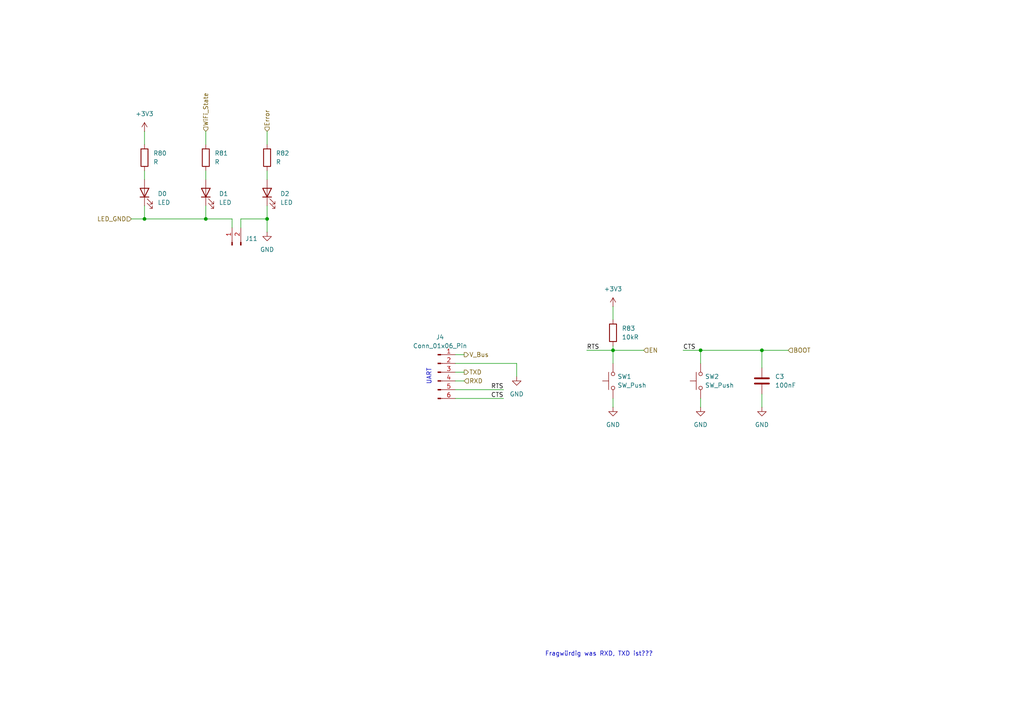
<source format=kicad_sch>
(kicad_sch (version 20250114) (generator "eeschema") (generator_version "9.0")
  (paper "A4")
  (lib_symbols
    (symbol "Connector:Conn_01x02_Pin" (pin_names (offset 1.016) (hide yes))
      (property "Reference" "J" (at 0 2.54 0))
      (property "Value" "Conn_01x02_Pin" (at 0 -5.08 0))
      (symbol "Conn_01x02_Pin_1_1"
        (rectangle (start 0.8636 0.127) (end 0 -0.127) (stroke (width 0.1524)) (fill (type outline)))
        (rectangle (start 0.8636 -2.413) (end 0 -2.667) (stroke (width 0.1524)) (fill (type outline)))
        (polyline (pts (xy 1.27 0) (xy 0.8636 0)) (stroke (width 0.1524)))
        (polyline (pts (xy 1.27 -2.54) (xy 0.8636 -2.54)) (stroke (width 0.1524)))
        (pin passive line (at 5.08 0 180) (length 3.81) (name "Pin_1") (number "1"))
        (pin passive line (at 5.08 -2.54 180) (length 3.81) (name "Pin_2") (number "2"))
      )
    )
    (symbol "Connector:Conn_01x06_Pin" (pin_names (offset 1.016) (hide yes))
      (property "Reference" "J" (at 0 7.62 0))
      (property "Value" "Conn_01x06_Pin" (at 0 -10.16 0))
      (symbol "Conn_01x06_Pin_1_1"
        (rectangle (start 0.8636 5.207) (end 0 4.953) (stroke (width 0.1524)) (fill (type outline)))
        (rectangle (start 0.8636 2.667) (end 0 2.413) (stroke (width 0.1524)) (fill (type outline)))
        (rectangle (start 0.8636 0.127) (end 0 -0.127) (stroke (width 0.1524)) (fill (type outline)))
        (rectangle (start 0.8636 -2.413) (end 0 -2.667) (stroke (width 0.1524)) (fill (type outline)))
        (rectangle (start 0.8636 -4.953) (end 0 -5.207) (stroke (width 0.1524)) (fill (type outline)))
        (rectangle (start 0.8636 -7.493) (end 0 -7.747) (stroke (width 0.1524)) (fill (type outline)))
        (polyline (pts (xy 1.27 5.08) (xy 0.8636 5.08)) (stroke (width 0.1524)))
        (polyline (pts (xy 1.27 2.54) (xy 0.8636 2.54)) (stroke (width 0.1524)))
        (polyline (pts (xy 1.27 0) (xy 0.8636 0)) (stroke (width 0.1524)))
        (polyline (pts (xy 1.27 -2.54) (xy 0.8636 -2.54)) (stroke (width 0.1524)))
        (polyline (pts (xy 1.27 -5.08) (xy 0.8636 -5.08)) (stroke (width 0.1524)))
        (polyline (pts (xy 1.27 -7.62) (xy 0.8636 -7.62)) (stroke (width 0.1524)))
        (pin passive line (at 5.08 5.08 180) (length 3.81) (name "Pin_1") (number "1"))
        (pin passive line (at 5.08 2.54 180) (length 3.81) (name "Pin_2") (number "2"))
        (pin passive line (at 5.08 0 180) (length 3.81) (name "Pin_3") (number "3"))
        (pin passive line (at 5.08 -2.54 180) (length 3.81) (name "Pin_4") (number "4"))
        (pin passive line (at 5.08 -5.08 180) (length 3.81) (name "Pin_5") (number "5"))
        (pin passive line (at 5.08 -7.62 180) (length 3.81) (name "Pin_6") (number "6"))
      )
    )
    (symbol "Device:C" (pin_numbers (hide yes)) (pin_names (offset 0.254))
      (property "Reference" "C" (at 0.635 2.54 0))
      (property "Value" "C" (at 0.635 -2.54 0))
      (symbol "C_0_1"
        (polyline (pts (xy -2.032 0.762) (xy 2.032 0.762)) (stroke (width 0.508)))
        (polyline (pts (xy -2.032 -0.762) (xy 2.032 -0.762)) (stroke (width 0.508)))
      )
      (symbol "C_1_1"
        (pin passive line (at 0 3.81 270) (length 2.794) (name "~") (number "1"))
        (pin passive line (at 0 -3.81 90) (length 2.794) (name "~") (number "2"))
      )
    )
    (symbol "Device:LED" (pin_numbers (hide yes)) (pin_names (offset 1.016) (hide yes))
      (property "Reference" "D" (at 0 2.54 0))
      (property "Value" "LED" (at 0 -2.54 0))
      (symbol "LED_0_1"
        (polyline (pts (xy -3.048 -0.762) (xy -4.572 -2.286) (xy -3.81 -2.286) (xy -4.572 -2.286) (xy -4.572 -1.524)))
        (polyline (pts (xy -1.778 -0.762) (xy -3.302 -2.286) (xy -2.54 -2.286) (xy -3.302 -2.286) (xy -3.302 -1.524)))
        (polyline (pts (xy -1.27 0) (xy 1.27 0)))
        (polyline (pts (xy -1.27 -1.27) (xy -1.27 1.27)) (stroke (width 0.254)))
        (polyline (pts (xy 1.27 -1.27) (xy 1.27 1.27) (xy -1.27 0) (xy 1.27 -1.27)) (stroke (width 0.254)))
      )
      (symbol "LED_1_1"
        (pin passive line (at -3.81 0 0) (length 2.54) (name "K") (number "1"))
        (pin passive line (at 3.81 0 180) (length 2.54) (name "A") (number "2"))
      )
    )
    (symbol "Device:R" (pin_numbers (hide yes)) (pin_names (offset 0))
      (property "Reference" "R" (at 2.032 0 90))
      (property "Value" "R" (at 0 0 90))
      (symbol "R_0_1"
        (rectangle (start -1.016 -2.54) (end 1.016 2.54) (stroke (width 0.254)))
      )
      (symbol "R_1_1"
        (pin passive line (at 0 3.81 270) (length 1.27) (name "~") (number "1"))
        (pin passive line (at 0 -3.81 90) (length 1.27) (name "~") (number "2"))
      )
    )
    (symbol "Switch:SW_Push" (pin_numbers (hide yes)) (pin_names (offset 1.016) (hide yes))
      (property "Reference" "SW" (at 1.27 2.54 0))
      (property "Value" "SW_Push" (at 0 -1.524 0))
      (symbol "SW_Push_0_1"
        (circle (center -2.032 0) (radius 0.508))
        (polyline (pts (xy 0 1.27) (xy 0 3.048)))
        (circle (center 2.032 0) (radius 0.508))
        (polyline (pts (xy 2.54 1.27) (xy -2.54 1.27)))
        (pin passive line (at -5.08 0 0) (length 2.54) (name "1") (number "1"))
        (pin passive line (at 5.08 0 180) (length 2.54) (name "2") (number "2"))
      )
    )
    (symbol "power:+3V3" (power) (pin_numbers (hide yes)) (pin_names (offset 0) (hide yes))
      (property "Value" "+3V3" (at 0 3.556 0))
      (symbol "+3V3_0_1"
        (polyline (pts (xy -0.762 1.27) (xy 0 2.54)))
        (polyline (pts (xy 0 2.54) (xy 0.762 1.27)))
        (polyline (pts (xy 0 0) (xy 0 2.54)))
      )
      (symbol "+3V3_1_1"
        (pin power_in line (at 0 0 90) (length 0) (name "~") (number "1"))
      )
    )
    (symbol "power:GND" (power) (pin_numbers (hide yes)) (pin_names (offset 0) (hide yes))
      (property "Value" "GND" (at 0 -3.81 0))
      (symbol "GND_0_1"
        (polyline (pts (xy 0 0) (xy 0 -1.27) (xy 1.27 -1.27) (xy 0 -2.54) (xy -1.27 -1.27) (xy 0 -1.27)))
      )
      (symbol "GND_1_1"
        (pin power_in line (at 0 0 270) (length 0) (name "~") (number "1"))
      )
    )
  )
  (text "UART" (at 124.46 109.22 90) (effects (font (size 1.27 1.27))))
  (text "Fragwürdig was RXD, TXD ist???" (at 173.736 189.738 0) (effects (font (size 1.27 1.27))))
  (junction (at 59.69 63.5))
  (junction (at 41.91 63.5))
  (junction (at 203.2 101.6))
  (junction (at 177.8 101.6))
  (junction (at 77.47 63.5))
  (junction (at 220.98 101.6))
  (wire (pts (xy 132.08 105.41) (xy 149.86 105.41)))
  (wire (pts (xy 203.2 101.6) (xy 220.98 101.6)))
  (wire (pts (xy 220.98 101.6) (xy 220.98 106.68)))
  (wire (pts (xy 220.98 114.3) (xy 220.98 118.11)))
  (wire (pts (xy 177.8 115.57) (xy 177.8 118.11)))
  (wire (pts (xy 203.2 115.57) (xy 203.2 118.11)))
  (wire (pts (xy 177.8 100.33) (xy 177.8 101.6)))
  (wire (pts (xy 132.08 107.95) (xy 134.62 107.95)))
  (wire (pts (xy 132.08 110.49) (xy 134.62 110.49)))
  (wire (pts (xy 177.8 88.9) (xy 177.8 92.71)))
  (wire (pts (xy 59.69 52.07) (xy 59.69 49.53)))
  (wire (pts (xy 203.2 105.41) (xy 203.2 101.6)))
  (wire (pts (xy 38.1 63.5) (xy 41.91 63.5)))
  (wire (pts (xy 69.85 66.04) (xy 69.85 63.5)))
  (wire (pts (xy 77.47 59.69) (xy 77.47 63.5)))
  (wire (pts (xy 198.12 101.6) (xy 203.2 101.6)))
  (wire (pts (xy 77.47 38.1) (xy 77.47 41.91)))
  (wire (pts (xy 41.91 63.5) (xy 59.69 63.5)))
  (wire (pts (xy 132.08 113.03) (xy 146.05 113.03)))
  (wire (pts (xy 149.86 105.41) (xy 149.86 109.22)))
  (wire (pts (xy 177.8 101.6) (xy 186.69 101.6)))
  (wire (pts (xy 67.31 66.04) (xy 67.31 63.5)))
  (wire (pts (xy 69.85 63.5) (xy 77.47 63.5)))
  (wire (pts (xy 59.69 38.1) (xy 59.69 41.91)))
  (wire (pts (xy 170.18 101.6) (xy 177.8 101.6)))
  (wire (pts (xy 41.91 52.07) (xy 41.91 49.53)))
  (wire (pts (xy 77.47 52.07) (xy 77.47 49.53)))
  (wire (pts (xy 41.91 38.1) (xy 41.91 41.91)))
  (wire (pts (xy 132.08 115.57) (xy 146.05 115.57)))
  (wire (pts (xy 177.8 101.6) (xy 177.8 105.41)))
  (wire (pts (xy 132.08 102.87) (xy 134.62 102.87)))
  (wire (pts (xy 77.47 63.5) (xy 77.47 67.31)))
  (wire (pts (xy 59.69 63.5) (xy 67.31 63.5)))
  (wire (pts (xy 220.98 101.6) (xy 228.6 101.6)))
  (wire (pts (xy 59.69 63.5) (xy 59.69 59.69)))
  (wire (pts (xy 41.91 59.69) (xy 41.91 63.5)))
  (label "CTS" (at 198.12 101.6 0))
  (label "RTS" (at 146.05 113.03 180))
  (label "CTS" (at 146.05 115.57 180))
  (label "RTS" (at 170.18 101.6 0))
  (hierarchical_label "RXD" (shape input) (at 134.62 110.49 0))
  (hierarchical_label "TXD" (shape output) (at 134.62 107.95 0))
  (hierarchical_label "Error" (shape input) (at 77.47 38.1 90))
  (hierarchical_label "V_Bus" (shape output) (at 134.62 102.87 0))
  (hierarchical_label "WiFi_State" (shape input) (at 59.69 38.1 90))
  (hierarchical_label "BOOT" (shape input) (at 228.6 101.6 0))
  (hierarchical_label "EN" (shape input) (at 186.69 101.6 0))
  (hierarchical_label "LED_GND" (shape input) (at 38.1 63.5 180))
  (symbol (lib_id "Device:R") (at 59.69 45.72 180) (unit 1)
    (property "Reference" "R81" (at 62.23 44.4499 0) (effects (justify right)))
    (property "Value" "R" (at 62.23 46.9899 0) (effects (justify right)))
    (property "Footprint" "Resistor_SMD:R_1206_3216Metric_Pad1.30x1.75mm_HandSolder" (effects (hide yes)))
    (property "Description" "Resistor" (effects (hide yes)))
  )
  (symbol (lib_id "Device:R") (at 41.91 45.72 180) (unit 1)
    (property "Reference" "R80" (at 44.45 44.4499 0) (effects (justify right)))
    (property "Value" "R" (at 44.45 46.9899 0) (effects (justify right)))
    (property "Footprint" "Resistor_SMD:R_1206_3216Metric_Pad1.30x1.75mm_HandSolder" (effects (hide yes)))
    (property "Description" "Resistor" (effects (hide yes)))
  )
  (symbol (lib_id "Device:R") (at 77.47 45.72 180) (unit 1)
    (property "Reference" "R82" (at 80.01 44.4499 0) (effects (justify right)))
    (property "Value" "R" (at 80.01 46.9899 0) (effects (justify right)))
    (property "Footprint" "Resistor_SMD:R_1206_3216Metric_Pad1.30x1.75mm_HandSolder" (effects (hide yes)))
    (property "Description" "Resistor" (effects (hide yes)))
  )
  (symbol (lib_id "power:GND") (at 203.2 118.11 0) (unit 1)
    (property "Reference" "#PWR033" (effects (hide yes)))
    (property "Value" "GND" (at 203.2 123.19 0))
    (property "Description" "Power symbol creates a global label with name \"GND\" , ground" (effects (hide yes)))
  )
  (symbol (lib_id "power:GND") (at 220.98 118.11 0) (unit 1)
    (property "Reference" "#PWR034" (effects (hide yes)))
    (property "Value" "GND" (at 220.98 123.19 0))
    (property "Description" "Power symbol creates a global label with name \"GND\" , ground" (effects (hide yes)))
  )
  (symbol (lib_id "Connector:Conn_01x06_Pin") (at 127 107.95 0) (unit 1)
    (property "Reference" "J4" (at 127.635 97.79 0))
    (property "Value" "Conn_01x06_Pin" (at 127.635 100.33 0))
    (property "Footprint" "JST:JST-XH-06-PACKAGE-LONG-PAD" (effects (hide yes)))
    (property "Description" "Generic connector, single row, 01x06, script generated" (effects (hide yes)))
  )
  (symbol (lib_id "Device:LED") (at 41.91 55.88 90) (unit 1)
    (property "Reference" "D0" (at 45.72 56.1974 90) (effects (justify right)))
    (property "Value" "LED" (at 45.72 58.7374 90) (effects (justify right)))
    (property "Footprint" "LED_THT:LED_D3.0mm" (effects (hide yes)))
    (property "Description" "Light emitting diode" (effects (hide yes)))
    (property "Sim.Pins" "1=K 2=A" (effects (hide yes)))
  )
  (symbol (lib_id "power:GND") (at 177.8 118.11 0) (unit 1)
    (property "Reference" "#PWR032" (effects (hide yes)))
    (property "Value" "GND" (at 177.8 123.19 0))
    (property "Description" "Power symbol creates a global label with name \"GND\" , ground" (effects (hide yes)))
  )
  (symbol (lib_id "Switch:SW_Push") (at 177.8 110.49 90) (unit 1)
    (property "Reference" "SW1" (at 179.07 109.2199 90) (effects (justify right)))
    (property "Value" "SW_Push" (at 179.07 111.7599 90) (effects (justify right)))
    (property "Footprint" "Button_Switch_THT:SW_PUSH_6mm_H13mm" (effects (hide yes)))
    (property "Description" "Push button switch, generic, two pins" (effects (hide yes)))
  )
  (symbol (lib_id "Device:LED") (at 77.47 55.88 90) (unit 1)
    (property "Reference" "D2" (at 81.28 56.1974 90) (effects (justify right)))
    (property "Value" "LED" (at 81.28 58.7374 90) (effects (justify right)))
    (property "Footprint" "LED_THT:LED_D3.0mm" (effects (hide yes)))
    (property "Description" "Light emitting diode" (effects (hide yes)))
    (property "Sim.Pins" "1=K 2=A" (effects (hide yes)))
  )
  (symbol (lib_id "Device:C") (at 220.98 110.49 0) (unit 1)
    (property "Reference" "C3" (at 224.79 109.2199 0) (effects (justify left)))
    (property "Value" "100nF" (at 224.79 111.7599 0) (effects (justify left)))
    (property "Footprint" "Capacitor_SMD:C_1206_3216Metric_Pad1.33x1.80mm_HandSolder" (effects (hide yes)))
    (property "Description" "Unpolarized capacitor" (effects (hide yes)))
  )
  (symbol (lib_id "Device:LED") (at 59.69 55.88 90) (unit 1)
    (property "Reference" "D1" (at 63.5 56.1974 90) (effects (justify right)))
    (property "Value" "LED" (at 63.5 58.7374 90) (effects (justify right)))
    (property "Footprint" "LED_THT:LED_D3.0mm" (effects (hide yes)))
    (property "Description" "Light emitting diode" (effects (hide yes)))
    (property "Sim.Pins" "1=K 2=A" (effects (hide yes)))
  )
  (symbol (lib_id "Connector:Conn_01x02_Pin") (at 67.31 71.12 90) (unit 1)
    (property "Reference" "J11" (at 71.12 69.2149 90) (effects (justify right)))
    (property "Value" "Conn_01x02_Pin" (effects (hide yes)))
    (property "Footprint" "Connector_PinHeader_2.54mm:PinHeader_1x02_P2.54mm_Vertical" (effects (hide yes)))
    (property "Description" "Generic connector, single row, 01x02, script generated" (effects (hide yes)))
  )
  (symbol (lib_id "power:GND") (at 149.86 109.22 0) (unit 1)
    (property "Reference" "#PWR042" (effects (hide yes)))
    (property "Value" "GND" (at 149.86 114.3 0))
    (property "Description" "Power symbol creates a global label with name \"GND\" , ground" (effects (hide yes)))
  )
  (symbol (lib_id "Device:R") (at 177.8 96.52 180) (unit 1)
    (property "Reference" "R83" (at 180.34 95.2499 0) (effects (justify right)))
    (property "Value" "10kR" (at 180.34 97.7899 0) (effects (justify right)))
    (property "Footprint" "Resistor_SMD:R_1206_3216Metric_Pad1.30x1.75mm_HandSolder" (effects (hide yes)))
    (property "Description" "Resistor" (effects (hide yes)))
  )
  (symbol (lib_id "power:GND") (at 77.47 67.31 0) (unit 1)
    (property "Reference" "#PWR031" (effects (hide yes)))
    (property "Value" "GND" (at 77.47 72.39 0))
    (property "Description" "Power symbol creates a global label with name \"GND\" , ground" (effects (hide yes)))
  )
  (symbol (lib_id "power:+3V3") (at 41.91 38.1 0) (unit 1)
    (property "Reference" "#PWR014" (effects (hide yes)))
    (property "Value" "+3V3" (at 41.91 33.02 0))
    (property "Description" "Power symbol creates a global label with name \"+3V3\"" (effects (hide yes)))
  )
  (symbol (lib_id "power:+3V3") (at 177.8 88.9 0) (unit 1)
    (property "Reference" "#PWR013" (effects (hide yes)))
    (property "Value" "+3V3" (at 177.8 83.82 0))
    (property "Description" "Power symbol creates a global label with name \"+3V3\"" (effects (hide yes)))
  )
  (symbol (lib_id "Switch:SW_Push") (at 203.2 110.49 90) (unit 1)
    (property "Reference" "SW2" (at 204.47 109.2199 90) (effects (justify right)))
    (property "Value" "SW_Push" (at 204.47 111.7599 90) (effects (justify right)))
    (property "Footprint" "Button_Switch_THT:SW_PUSH_6mm_H13mm" (effects (hide yes)))
    (property "Description" "Push button switch, generic, two pins" (effects (hide yes)))
  )
)
</source>
